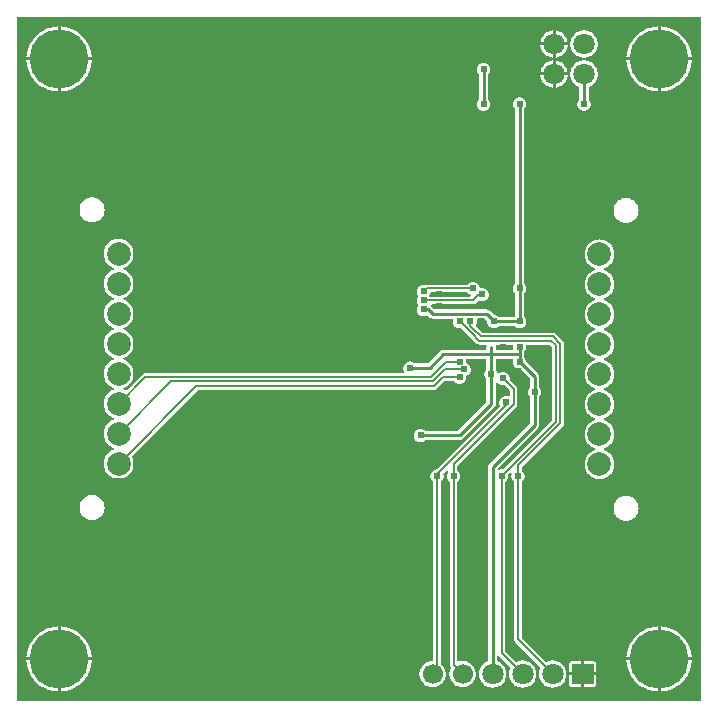
<source format=gbl>
G04 Layer: BottomLayer*
G04 EasyEDA v6.5.34, 2023-09-17 23:42:40*
G04 4de15a2352ea40a9a8a41922b0a97411,5a6b42c53f6a479593ecc07194224c93,10*
G04 Gerber Generator version 0.2*
G04 Scale: 100 percent, Rotated: No, Reflected: No *
G04 Dimensions in millimeters *
G04 leading zeros omitted , absolute positions ,4 integer and 5 decimal *
%FSLAX45Y45*%
%MOMM*%

%AMMACRO1*21,1,$1,$2,0,0,$3*%
%ADD10C,0.1270*%
%ADD11C,0.2540*%
%ADD12C,5.0000*%
%ADD13C,1.8000*%
%ADD14C,1.7000*%
%ADD15C,2.0000*%
%ADD16MACRO1,1.8X1.7X0.0000*%
%ADD17C,0.6096*%
%ADD18C,0.0173*%

%LPD*%
G36*
X5805932Y25908D02*
G01*
X36068Y26416D01*
X32156Y27178D01*
X28905Y29362D01*
X26670Y32664D01*
X25908Y36576D01*
X25908Y5805932D01*
X26670Y5809792D01*
X28905Y5813094D01*
X32156Y5815330D01*
X36068Y5816092D01*
X5805932Y5816092D01*
X5809792Y5815330D01*
X5813094Y5813094D01*
X5815330Y5809792D01*
X5816092Y5805932D01*
X5816092Y36068D01*
X5815330Y32156D01*
X5813094Y28905D01*
X5809792Y26670D01*
G37*

%LPC*%
G36*
X4456887Y5600700D02*
G01*
X4559300Y5600700D01*
X4559300Y5702960D01*
X4550308Y5701842D01*
X4536186Y5698236D01*
X4522673Y5692851D01*
X4509922Y5685840D01*
X4498136Y5677306D01*
X4487519Y5667349D01*
X4478223Y5656122D01*
X4470450Y5643829D01*
X4464253Y5630672D01*
X4459732Y5616803D01*
X4457039Y5602528D01*
G37*
G36*
X5473700Y105562D02*
G01*
X5478322Y105664D01*
X5501284Y108051D01*
X5523992Y112369D01*
X5546242Y118618D01*
X5567883Y126644D01*
X5588812Y136499D01*
X5608828Y148031D01*
X5627776Y161239D01*
X5645607Y175971D01*
X5662117Y192125D01*
X5677204Y209600D01*
X5690819Y228295D01*
X5702757Y248107D01*
X5713018Y268782D01*
X5721553Y290271D01*
X5728208Y312369D01*
X5733034Y334975D01*
X5735929Y357886D01*
X5736336Y368300D01*
X5473700Y368300D01*
G37*
G36*
X5448300Y105613D02*
G01*
X5448300Y368300D01*
X5185410Y368300D01*
X5187289Y346405D01*
X5191099Y323646D01*
X5196890Y301244D01*
X5204460Y279450D01*
X5213858Y258317D01*
X5224983Y238099D01*
X5237784Y218846D01*
X5252161Y200710D01*
X5267960Y183896D01*
X5285130Y168402D01*
X5303520Y154432D01*
X5323027Y142036D01*
X5343499Y131368D01*
X5364835Y122377D01*
X5386781Y115265D01*
X5409285Y109982D01*
X5432145Y106629D01*
G37*
G36*
X368300Y105613D02*
G01*
X368300Y368300D01*
X105410Y368300D01*
X107289Y346405D01*
X111099Y323646D01*
X116890Y301244D01*
X124460Y279450D01*
X133858Y258317D01*
X144983Y238099D01*
X157784Y218846D01*
X172161Y200710D01*
X187960Y183896D01*
X205130Y168402D01*
X223520Y154432D01*
X243027Y142036D01*
X263499Y131368D01*
X284835Y122377D01*
X306781Y115265D01*
X329285Y109982D01*
X352145Y106629D01*
G37*
G36*
X4044035Y138328D02*
G01*
X4058564Y138328D01*
X4072991Y140157D01*
X4087114Y143764D01*
X4100626Y149148D01*
X4113377Y156159D01*
X4125163Y164693D01*
X4135780Y174650D01*
X4145076Y185877D01*
X4152849Y198170D01*
X4159046Y211328D01*
X4163568Y225196D01*
X4166260Y239471D01*
X4167174Y254000D01*
X4166260Y268528D01*
X4163568Y282803D01*
X4159046Y296672D01*
X4152849Y309829D01*
X4145076Y322122D01*
X4135780Y333349D01*
X4125163Y343306D01*
X4113377Y351840D01*
X4100626Y358851D01*
X4096308Y360578D01*
X4092956Y362762D01*
X4090720Y366064D01*
X4089908Y370027D01*
X4089908Y399237D01*
X4090670Y403148D01*
X4092905Y406450D01*
X4096156Y408635D01*
X4100068Y409397D01*
X4103979Y408635D01*
X4107230Y406450D01*
X4198721Y314960D01*
X4201007Y311505D01*
X4201718Y307441D01*
X4200753Y303428D01*
X4197553Y296672D01*
X4193032Y282803D01*
X4190339Y268528D01*
X4189425Y254000D01*
X4190339Y239471D01*
X4193032Y225196D01*
X4197553Y211328D01*
X4203750Y198170D01*
X4211523Y185877D01*
X4220819Y174650D01*
X4231436Y164693D01*
X4243222Y156159D01*
X4255973Y149148D01*
X4269486Y143764D01*
X4283608Y140157D01*
X4298035Y138328D01*
X4312564Y138328D01*
X4326991Y140157D01*
X4341114Y143764D01*
X4354626Y149148D01*
X4367377Y156159D01*
X4379163Y164693D01*
X4389780Y174650D01*
X4399076Y185877D01*
X4406849Y198170D01*
X4413046Y211328D01*
X4417568Y225196D01*
X4420260Y239471D01*
X4421174Y254000D01*
X4420260Y268528D01*
X4417568Y282803D01*
X4413046Y296672D01*
X4406849Y309829D01*
X4399076Y322122D01*
X4389780Y333349D01*
X4379163Y343306D01*
X4367377Y351840D01*
X4354626Y358851D01*
X4341114Y364236D01*
X4326991Y367842D01*
X4312564Y369671D01*
X4298035Y369671D01*
X4283608Y367842D01*
X4269486Y364236D01*
X4255109Y358495D01*
X4251248Y357784D01*
X4247438Y358546D01*
X4244187Y360730D01*
X4162755Y442163D01*
X4160520Y445465D01*
X4159758Y449376D01*
X4159758Y1879193D01*
X4160520Y1883105D01*
X4162755Y1886407D01*
X4170679Y1894230D01*
X4176318Y1902206D01*
X4180433Y1911146D01*
X4182973Y1920595D01*
X4183837Y1930400D01*
X4183379Y1935530D01*
X4183989Y1939899D01*
X4186326Y1943607D01*
X4195419Y1952701D01*
X4199128Y1955088D01*
X4203496Y1955647D01*
X4207713Y1954326D01*
X4210964Y1951380D01*
X4212640Y1947316D01*
X4212437Y1942896D01*
X4211726Y1940204D01*
X4210862Y1930400D01*
X4211726Y1920595D01*
X4214266Y1911146D01*
X4218381Y1902206D01*
X4224020Y1894230D01*
X4231944Y1886407D01*
X4234180Y1883105D01*
X4234942Y1879193D01*
X4234942Y546608D01*
X4235704Y539394D01*
X4237786Y532993D01*
X4241190Y527050D01*
X4244695Y522985D01*
X4452721Y314960D01*
X4455007Y311505D01*
X4455718Y307441D01*
X4454753Y303428D01*
X4451553Y296672D01*
X4447032Y282803D01*
X4444339Y268528D01*
X4443425Y254000D01*
X4444339Y239471D01*
X4447032Y225196D01*
X4451553Y211328D01*
X4457750Y198170D01*
X4465523Y185877D01*
X4474819Y174650D01*
X4485436Y164693D01*
X4497222Y156159D01*
X4509973Y149148D01*
X4523486Y143764D01*
X4537608Y140157D01*
X4552035Y138328D01*
X4566564Y138328D01*
X4580991Y140157D01*
X4595114Y143764D01*
X4608626Y149148D01*
X4621377Y156159D01*
X4633163Y164693D01*
X4643780Y174650D01*
X4653076Y185877D01*
X4660849Y198170D01*
X4667046Y211328D01*
X4671568Y225196D01*
X4674260Y239471D01*
X4675174Y254000D01*
X4674260Y268528D01*
X4671568Y282803D01*
X4667046Y296672D01*
X4660849Y309829D01*
X4653076Y322122D01*
X4643780Y333349D01*
X4633163Y343306D01*
X4621377Y351840D01*
X4608626Y358851D01*
X4595114Y364236D01*
X4580991Y367842D01*
X4566564Y369671D01*
X4552035Y369671D01*
X4537608Y367842D01*
X4523486Y364236D01*
X4509109Y358495D01*
X4505248Y357784D01*
X4501438Y358546D01*
X4498187Y360730D01*
X4302455Y556463D01*
X4300220Y559765D01*
X4299458Y563676D01*
X4299458Y1879193D01*
X4300220Y1883105D01*
X4302455Y1886407D01*
X4310380Y1894230D01*
X4316018Y1902206D01*
X4320133Y1911146D01*
X4322673Y1920595D01*
X4323537Y1930400D01*
X4322673Y1940204D01*
X4320133Y1949653D01*
X4316018Y1958593D01*
X4310380Y1966620D01*
X4302455Y1974392D01*
X4300220Y1977694D01*
X4299458Y1981657D01*
X4299458Y2001723D01*
X4300220Y2005634D01*
X4302455Y2008936D01*
X4645253Y2351735D01*
X4649825Y2357374D01*
X4652873Y2363368D01*
X4654651Y2370023D01*
X4655058Y2375306D01*
X4655058Y3047542D01*
X4654296Y3054756D01*
X4652213Y3061157D01*
X4648809Y3067100D01*
X4645304Y3071164D01*
X4582464Y3134004D01*
X4576826Y3138576D01*
X4570831Y3141624D01*
X4564227Y3143402D01*
X4558893Y3143808D01*
X3967276Y3143808D01*
X3963365Y3144570D01*
X3960063Y3146806D01*
X3910228Y3196640D01*
X3908247Y3199485D01*
X3907332Y3202940D01*
X3907637Y3206445D01*
X3909618Y3210306D01*
X3913733Y3219246D01*
X3916273Y3228695D01*
X3917137Y3238500D01*
X3916273Y3248304D01*
X3915664Y3250641D01*
X3915359Y3254349D01*
X3916426Y3257905D01*
X3918661Y3260852D01*
X3921810Y3262782D01*
X3925468Y3263442D01*
X3980281Y3263442D01*
X3984193Y3262680D01*
X3987495Y3260445D01*
X4004868Y3243072D01*
X4006900Y3240176D01*
X4007815Y3236772D01*
X4008526Y3228695D01*
X4011066Y3219246D01*
X4015181Y3210306D01*
X4020820Y3202279D01*
X4027779Y3195320D01*
X4035806Y3189681D01*
X4044746Y3185566D01*
X4054195Y3183026D01*
X4064000Y3182162D01*
X4073804Y3183026D01*
X4083253Y3185566D01*
X4092194Y3189681D01*
X4100220Y3195320D01*
X4101795Y3196894D01*
X4105097Y3199130D01*
X4108958Y3199892D01*
X4234891Y3199892D01*
X4238802Y3199130D01*
X4242104Y3196894D01*
X4243679Y3195320D01*
X4251706Y3189681D01*
X4260646Y3185566D01*
X4270095Y3183026D01*
X4279900Y3182162D01*
X4289704Y3183026D01*
X4299153Y3185566D01*
X4308094Y3189681D01*
X4316120Y3195320D01*
X4323080Y3202279D01*
X4328718Y3210306D01*
X4332833Y3219246D01*
X4335373Y3228695D01*
X4336237Y3238500D01*
X4335373Y3248304D01*
X4332833Y3257753D01*
X4328718Y3266694D01*
X4323080Y3274720D01*
X4321505Y3276295D01*
X4319270Y3279597D01*
X4318508Y3283508D01*
X4318508Y3472891D01*
X4319270Y3476802D01*
X4321505Y3480104D01*
X4323080Y3481679D01*
X4328718Y3489706D01*
X4332833Y3498646D01*
X4335373Y3508095D01*
X4336237Y3517900D01*
X4335373Y3527704D01*
X4332833Y3537153D01*
X4328718Y3546094D01*
X4323080Y3554120D01*
X4321505Y3555695D01*
X4319270Y3558997D01*
X4318508Y3562908D01*
X4318508Y5034991D01*
X4319270Y5038902D01*
X4321505Y5042204D01*
X4323080Y5043779D01*
X4328718Y5051806D01*
X4332833Y5060746D01*
X4335373Y5070195D01*
X4336237Y5080000D01*
X4335373Y5089804D01*
X4332833Y5099253D01*
X4328718Y5108194D01*
X4323080Y5116220D01*
X4316120Y5123180D01*
X4308094Y5128818D01*
X4299153Y5132933D01*
X4289704Y5135473D01*
X4279900Y5136337D01*
X4270095Y5135473D01*
X4260646Y5132933D01*
X4251706Y5128818D01*
X4243679Y5123180D01*
X4236720Y5116220D01*
X4231081Y5108194D01*
X4226966Y5099253D01*
X4224426Y5089804D01*
X4223562Y5080000D01*
X4224426Y5070195D01*
X4226966Y5060746D01*
X4231081Y5051806D01*
X4236720Y5043779D01*
X4238294Y5042204D01*
X4240530Y5038902D01*
X4241292Y5034991D01*
X4241292Y3562908D01*
X4240530Y3558997D01*
X4238294Y3555695D01*
X4236720Y3554120D01*
X4231081Y3546094D01*
X4226966Y3537153D01*
X4224426Y3527704D01*
X4223562Y3517900D01*
X4224426Y3508095D01*
X4226966Y3498646D01*
X4231081Y3489706D01*
X4236720Y3481679D01*
X4238294Y3480104D01*
X4240530Y3476802D01*
X4241292Y3472942D01*
X4241292Y3287268D01*
X4240530Y3283356D01*
X4238294Y3280105D01*
X4234992Y3277870D01*
X4231132Y3277108D01*
X4109008Y3277108D01*
X4105097Y3277870D01*
X4101795Y3280105D01*
X4100220Y3281679D01*
X4092194Y3287318D01*
X4083253Y3291433D01*
X4073804Y3293973D01*
X4065828Y3294684D01*
X4062425Y3295599D01*
X4059529Y3297631D01*
X4028135Y3328974D01*
X4021937Y3334105D01*
X4015232Y3337661D01*
X4008018Y3339846D01*
X3999992Y3340658D01*
X3563518Y3340658D01*
X3559606Y3341420D01*
X3556304Y3343656D01*
X3533241Y3366719D01*
X3531057Y3370021D01*
X3530244Y3373882D01*
X3531057Y3377793D01*
X3533241Y3381095D01*
X3536543Y3383279D01*
X3540404Y3384042D01*
X3885641Y3384042D01*
X3892905Y3384804D01*
X3899306Y3386886D01*
X3905250Y3390341D01*
X3909263Y3393795D01*
X3928922Y3413404D01*
X3932326Y3415639D01*
X3936390Y3416401D01*
X3940403Y3415436D01*
X3943146Y3414166D01*
X3952595Y3411626D01*
X3962400Y3410762D01*
X3972204Y3411626D01*
X3981653Y3414166D01*
X3990594Y3418281D01*
X3998620Y3423920D01*
X4005579Y3430879D01*
X4011218Y3438906D01*
X4015333Y3447846D01*
X4017873Y3457295D01*
X4018737Y3467100D01*
X4017873Y3476904D01*
X4015333Y3486353D01*
X4011218Y3495294D01*
X4005579Y3503320D01*
X3998620Y3510279D01*
X3990594Y3515918D01*
X3981653Y3520033D01*
X3972204Y3522573D01*
X3962400Y3523437D01*
X3951782Y3522522D01*
X3948277Y3522827D01*
X3945077Y3524300D01*
X3942587Y3526840D01*
X3941064Y3530041D01*
X3939133Y3537153D01*
X3935018Y3546094D01*
X3929379Y3554120D01*
X3922420Y3561079D01*
X3914394Y3566718D01*
X3905453Y3570833D01*
X3896004Y3573373D01*
X3886200Y3574237D01*
X3876395Y3573373D01*
X3866946Y3570833D01*
X3858006Y3566718D01*
X3850030Y3561079D01*
X3842207Y3553206D01*
X3838905Y3550970D01*
X3834993Y3550158D01*
X3492906Y3550158D01*
X3487572Y3549751D01*
X3481578Y3548126D01*
X3478022Y3547821D01*
X3467100Y3548837D01*
X3457295Y3547973D01*
X3447846Y3545433D01*
X3438906Y3541318D01*
X3430879Y3535679D01*
X3423920Y3528720D01*
X3418281Y3520694D01*
X3414166Y3511753D01*
X3411626Y3502304D01*
X3410762Y3492500D01*
X3411626Y3482695D01*
X3414166Y3473246D01*
X3418281Y3464306D01*
X3421176Y3460242D01*
X3422802Y3456482D01*
X3422802Y3452368D01*
X3421176Y3448558D01*
X3418281Y3444494D01*
X3414166Y3435553D01*
X3411626Y3426104D01*
X3410762Y3416300D01*
X3411626Y3406495D01*
X3414166Y3397046D01*
X3418281Y3388106D01*
X3421176Y3384042D01*
X3422802Y3380282D01*
X3422802Y3376168D01*
X3421176Y3372358D01*
X3418281Y3368294D01*
X3414166Y3359353D01*
X3411626Y3349904D01*
X3410762Y3340100D01*
X3411626Y3330295D01*
X3414166Y3320846D01*
X3418281Y3311906D01*
X3423920Y3303879D01*
X3430879Y3296920D01*
X3438906Y3291281D01*
X3447846Y3287166D01*
X3457295Y3284626D01*
X3467100Y3283762D01*
X3476904Y3284626D01*
X3486353Y3287166D01*
X3491687Y3289604D01*
X3495649Y3290570D01*
X3499713Y3289858D01*
X3503168Y3287623D01*
X3515664Y3275126D01*
X3521862Y3269996D01*
X3528568Y3266440D01*
X3535781Y3264255D01*
X3543808Y3263442D01*
X3707231Y3263442D01*
X3710889Y3262782D01*
X3714038Y3260852D01*
X3716274Y3257905D01*
X3717340Y3254349D01*
X3717036Y3250641D01*
X3716426Y3248304D01*
X3715562Y3238500D01*
X3716426Y3228695D01*
X3718966Y3219246D01*
X3723081Y3210306D01*
X3728720Y3202279D01*
X3735679Y3195320D01*
X3743706Y3189681D01*
X3752646Y3185566D01*
X3762095Y3183026D01*
X3771900Y3182162D01*
X3777030Y3182620D01*
X3781399Y3182010D01*
X3785108Y3179673D01*
X3913835Y3050997D01*
X3919474Y3046425D01*
X3925468Y3043377D01*
X3932072Y3041599D01*
X3937406Y3041192D01*
X3990644Y3041192D01*
X3994759Y3040329D01*
X3998163Y3037840D01*
X4000296Y3034233D01*
X4000754Y3030016D01*
X3999992Y3022092D01*
X3999992Y3007868D01*
X3999229Y3003956D01*
X3996994Y3000705D01*
X3993692Y2998470D01*
X3989832Y2997708D01*
X3632708Y2997708D01*
X3624681Y2996895D01*
X3617468Y2994710D01*
X3610762Y2991154D01*
X3604564Y2986024D01*
X3504895Y2886405D01*
X3501593Y2884170D01*
X3497681Y2883408D01*
X3397808Y2883408D01*
X3393897Y2884170D01*
X3390595Y2886405D01*
X3389020Y2887980D01*
X3380994Y2893618D01*
X3372053Y2897733D01*
X3362604Y2900273D01*
X3352800Y2901137D01*
X3342995Y2900273D01*
X3333546Y2897733D01*
X3324606Y2893618D01*
X3316579Y2887980D01*
X3309620Y2881020D01*
X3303981Y2872994D01*
X3299866Y2864053D01*
X3297326Y2854604D01*
X3296462Y2844800D01*
X3297326Y2834995D01*
X3299815Y2825597D01*
X3304692Y2815386D01*
X3305657Y2811424D01*
X3305048Y2807411D01*
X3302863Y2804007D01*
X3299510Y2801670D01*
X3295548Y2800858D01*
X1111758Y2800858D01*
X1104544Y2800096D01*
X1098143Y2798013D01*
X1092200Y2794609D01*
X1088136Y2791155D01*
X953973Y2656941D01*
X950569Y2654706D01*
X946556Y2653995D01*
X942594Y2654858D01*
X929995Y2660548D01*
X926846Y2662783D01*
X924712Y2665984D01*
X924001Y2669794D01*
X924712Y2673604D01*
X926846Y2676855D01*
X929995Y2679090D01*
X943914Y2685338D01*
X956919Y2693212D01*
X968908Y2702560D01*
X979627Y2713329D01*
X989025Y2725267D01*
X996899Y2738323D01*
X1003096Y2752140D01*
X1007618Y2766669D01*
X1010361Y2781604D01*
X1011275Y2796794D01*
X1010361Y2811983D01*
X1007618Y2826918D01*
X1003096Y2841447D01*
X996899Y2855315D01*
X989025Y2868320D01*
X979627Y2880258D01*
X968908Y2891028D01*
X956919Y2900426D01*
X943914Y2908249D01*
X929995Y2914548D01*
X926846Y2916783D01*
X924712Y2919984D01*
X924001Y2923794D01*
X924712Y2927604D01*
X926846Y2930855D01*
X929995Y2933090D01*
X943914Y2939338D01*
X956919Y2947212D01*
X968908Y2956560D01*
X979627Y2967329D01*
X989025Y2979267D01*
X996899Y2992323D01*
X1003096Y3006140D01*
X1007618Y3020669D01*
X1010361Y3035604D01*
X1011275Y3050794D01*
X1010361Y3065983D01*
X1007618Y3080918D01*
X1003096Y3095447D01*
X996899Y3109315D01*
X989025Y3122320D01*
X979627Y3134258D01*
X968908Y3145028D01*
X956919Y3154426D01*
X943914Y3162249D01*
X929995Y3168548D01*
X926846Y3170783D01*
X924712Y3173984D01*
X924001Y3177794D01*
X924712Y3181604D01*
X926846Y3184855D01*
X929995Y3187090D01*
X943914Y3193338D01*
X956919Y3201212D01*
X968908Y3210560D01*
X979627Y3221329D01*
X989025Y3233267D01*
X996899Y3246323D01*
X1003096Y3260140D01*
X1007618Y3274669D01*
X1010361Y3289604D01*
X1011275Y3304794D01*
X1010361Y3319983D01*
X1007618Y3334918D01*
X1003096Y3349447D01*
X996899Y3363315D01*
X989025Y3376320D01*
X979627Y3388258D01*
X968908Y3399028D01*
X956919Y3408426D01*
X943914Y3416249D01*
X929995Y3422548D01*
X926846Y3424783D01*
X924712Y3427984D01*
X924001Y3431794D01*
X924712Y3435604D01*
X926846Y3438855D01*
X929995Y3441090D01*
X943914Y3447338D01*
X956919Y3455212D01*
X968908Y3464560D01*
X979627Y3475329D01*
X989025Y3487267D01*
X996899Y3500323D01*
X1003096Y3514140D01*
X1007618Y3528669D01*
X1010361Y3543604D01*
X1011275Y3558794D01*
X1010361Y3573983D01*
X1007618Y3588918D01*
X1003096Y3603447D01*
X996899Y3617315D01*
X989025Y3630320D01*
X979627Y3642258D01*
X968908Y3653028D01*
X956919Y3662426D01*
X943914Y3670249D01*
X929995Y3676548D01*
X926846Y3678783D01*
X924712Y3681984D01*
X924001Y3685794D01*
X924712Y3689604D01*
X926846Y3692855D01*
X929995Y3695090D01*
X943914Y3701338D01*
X956919Y3709212D01*
X968908Y3718560D01*
X979627Y3729329D01*
X989025Y3741267D01*
X996899Y3754323D01*
X1003096Y3768140D01*
X1007618Y3782669D01*
X1010361Y3797604D01*
X1011275Y3812794D01*
X1010361Y3827983D01*
X1007618Y3842918D01*
X1003096Y3857447D01*
X996899Y3871315D01*
X989025Y3884320D01*
X979627Y3896258D01*
X968908Y3907028D01*
X956919Y3916426D01*
X943914Y3924249D01*
X930046Y3930497D01*
X915517Y3935018D01*
X900582Y3937762D01*
X885393Y3938676D01*
X870254Y3937762D01*
X855268Y3935018D01*
X840790Y3930497D01*
X826922Y3924249D01*
X813917Y3916426D01*
X801928Y3907028D01*
X791159Y3896258D01*
X781812Y3884320D01*
X773938Y3871315D01*
X767689Y3857447D01*
X763168Y3842918D01*
X760425Y3827983D01*
X759510Y3812794D01*
X760425Y3797604D01*
X763168Y3782669D01*
X767689Y3768140D01*
X773938Y3754323D01*
X781812Y3741267D01*
X791159Y3729329D01*
X801928Y3718560D01*
X813917Y3709212D01*
X826922Y3701338D01*
X840841Y3695090D01*
X843991Y3692855D01*
X846074Y3689604D01*
X846836Y3685794D01*
X846074Y3681984D01*
X843991Y3678783D01*
X840841Y3676548D01*
X826922Y3670249D01*
X813917Y3662426D01*
X801928Y3653028D01*
X791159Y3642258D01*
X781812Y3630320D01*
X773938Y3617315D01*
X767689Y3603447D01*
X763168Y3588918D01*
X760425Y3573983D01*
X759510Y3558794D01*
X760425Y3543604D01*
X763168Y3528669D01*
X767689Y3514140D01*
X773938Y3500323D01*
X781812Y3487267D01*
X791159Y3475329D01*
X801928Y3464560D01*
X813917Y3455212D01*
X826922Y3447338D01*
X840841Y3441090D01*
X843991Y3438855D01*
X846074Y3435604D01*
X846836Y3431794D01*
X846074Y3427984D01*
X843991Y3424783D01*
X840841Y3422548D01*
X826922Y3416249D01*
X813917Y3408426D01*
X801928Y3399028D01*
X791159Y3388258D01*
X781812Y3376320D01*
X773938Y3363315D01*
X767689Y3349447D01*
X763168Y3334918D01*
X760425Y3319983D01*
X759510Y3304794D01*
X760425Y3289604D01*
X763168Y3274669D01*
X767689Y3260140D01*
X773938Y3246323D01*
X781812Y3233267D01*
X791159Y3221329D01*
X801928Y3210560D01*
X813917Y3201212D01*
X826922Y3193338D01*
X840841Y3187090D01*
X843991Y3184855D01*
X846074Y3181604D01*
X846836Y3177794D01*
X846074Y3173984D01*
X843991Y3170783D01*
X840841Y3168548D01*
X826922Y3162249D01*
X813917Y3154426D01*
X801928Y3145028D01*
X791159Y3134258D01*
X781812Y3122320D01*
X773938Y3109315D01*
X767689Y3095447D01*
X763168Y3080918D01*
X760425Y3065983D01*
X759510Y3050794D01*
X760425Y3035604D01*
X763168Y3020669D01*
X767689Y3006140D01*
X773938Y2992323D01*
X781812Y2979267D01*
X791159Y2967329D01*
X801928Y2956560D01*
X813917Y2947212D01*
X826922Y2939338D01*
X840841Y2933090D01*
X843991Y2930855D01*
X846074Y2927604D01*
X846836Y2923794D01*
X846074Y2919984D01*
X843991Y2916783D01*
X840841Y2914548D01*
X826922Y2908249D01*
X813917Y2900426D01*
X801928Y2891028D01*
X791159Y2880258D01*
X781812Y2868320D01*
X773938Y2855315D01*
X767689Y2841447D01*
X763168Y2826918D01*
X760425Y2811983D01*
X759510Y2796794D01*
X760425Y2781604D01*
X763168Y2766669D01*
X767689Y2752140D01*
X773938Y2738323D01*
X781812Y2725267D01*
X791159Y2713329D01*
X801928Y2702560D01*
X813917Y2693212D01*
X826922Y2685338D01*
X840841Y2679090D01*
X843991Y2676855D01*
X846074Y2673604D01*
X846836Y2669794D01*
X846074Y2665984D01*
X843991Y2662783D01*
X840841Y2660548D01*
X826922Y2654249D01*
X813917Y2646426D01*
X801928Y2637028D01*
X791159Y2626258D01*
X781812Y2614320D01*
X773938Y2601315D01*
X767689Y2587447D01*
X763168Y2572918D01*
X760425Y2557983D01*
X759510Y2542794D01*
X760425Y2527604D01*
X763168Y2512669D01*
X767689Y2498140D01*
X773938Y2484323D01*
X781812Y2471267D01*
X791159Y2459329D01*
X801928Y2448560D01*
X813917Y2439212D01*
X826922Y2431338D01*
X840841Y2425090D01*
X843991Y2422855D01*
X846074Y2419604D01*
X846836Y2415794D01*
X846074Y2411984D01*
X843991Y2408783D01*
X840841Y2406548D01*
X826922Y2400249D01*
X813917Y2392426D01*
X801928Y2383028D01*
X791159Y2372258D01*
X781812Y2360320D01*
X773938Y2347315D01*
X767689Y2333447D01*
X763168Y2318918D01*
X760425Y2303983D01*
X759510Y2288794D01*
X760425Y2273604D01*
X763168Y2258669D01*
X767689Y2244140D01*
X773938Y2230323D01*
X781812Y2217267D01*
X791159Y2205329D01*
X801928Y2194560D01*
X813917Y2185212D01*
X826922Y2177338D01*
X840841Y2171090D01*
X843991Y2168855D01*
X846074Y2165604D01*
X846836Y2161794D01*
X846074Y2157984D01*
X843991Y2154783D01*
X840841Y2152548D01*
X826922Y2146249D01*
X813917Y2138426D01*
X801928Y2129028D01*
X791159Y2118258D01*
X781812Y2106320D01*
X773938Y2093315D01*
X767689Y2079447D01*
X763168Y2064918D01*
X760425Y2049983D01*
X759510Y2034793D01*
X760425Y2019604D01*
X763168Y2004669D01*
X767689Y1990140D01*
X773938Y1976323D01*
X781812Y1963267D01*
X791159Y1951329D01*
X801928Y1940560D01*
X813917Y1931212D01*
X826922Y1923338D01*
X840790Y1917090D01*
X855268Y1912569D01*
X870254Y1909825D01*
X885393Y1908911D01*
X900582Y1909825D01*
X915517Y1912569D01*
X930046Y1917090D01*
X943914Y1923338D01*
X956919Y1931212D01*
X968908Y1940560D01*
X979627Y1951329D01*
X989025Y1963267D01*
X996899Y1976323D01*
X1003096Y1990140D01*
X1007618Y2004669D01*
X1010361Y2019604D01*
X1011275Y2034793D01*
X1010361Y2049983D01*
X1007618Y2064918D01*
X1003096Y2079447D01*
X997458Y2091994D01*
X996594Y2095957D01*
X997305Y2099919D01*
X999540Y2103323D01*
X1553413Y2657195D01*
X1556715Y2659430D01*
X1560626Y2660192D01*
X3555492Y2660192D01*
X3562705Y2660954D01*
X3569106Y2663037D01*
X3575050Y2666441D01*
X3579114Y2669946D01*
X3642563Y2733395D01*
X3645865Y2735630D01*
X3649776Y2736392D01*
X3720642Y2736392D01*
X3724554Y2735580D01*
X3727856Y2733344D01*
X3735730Y2725420D01*
X3743706Y2719781D01*
X3752646Y2715666D01*
X3762095Y2713126D01*
X3771900Y2712262D01*
X3781704Y2713126D01*
X3791153Y2715666D01*
X3800094Y2719781D01*
X3808120Y2725420D01*
X3815079Y2732379D01*
X3820718Y2740406D01*
X3824833Y2749346D01*
X3827373Y2758795D01*
X3828237Y2768600D01*
X3828034Y2771190D01*
X3828491Y2775254D01*
X3830574Y2778810D01*
X3833825Y2781300D01*
X3838194Y2783281D01*
X3846220Y2788920D01*
X3853179Y2795879D01*
X3858818Y2803906D01*
X3862933Y2812846D01*
X3865473Y2822295D01*
X3866337Y2832100D01*
X3865473Y2841904D01*
X3862933Y2851353D01*
X3858818Y2860294D01*
X3853179Y2868320D01*
X3846220Y2875280D01*
X3838194Y2880918D01*
X3833876Y2882900D01*
X3830574Y2885389D01*
X3828491Y2888945D01*
X3828034Y2893009D01*
X3828237Y2895600D01*
X3827373Y2905404D01*
X3826764Y2907690D01*
X3826510Y2911398D01*
X3827526Y2914954D01*
X3829812Y2917901D01*
X3832961Y2919831D01*
X3836568Y2920492D01*
X3989832Y2920492D01*
X3993692Y2919730D01*
X3996994Y2917494D01*
X3999229Y2914192D01*
X3999992Y2910332D01*
X3999992Y2839008D01*
X3999229Y2835097D01*
X3996994Y2831795D01*
X3995420Y2830220D01*
X3989781Y2822194D01*
X3985666Y2813253D01*
X3983126Y2803804D01*
X3982262Y2794000D01*
X3983126Y2784195D01*
X3985666Y2774746D01*
X3989781Y2765806D01*
X3995420Y2757779D01*
X3996994Y2756204D01*
X3999229Y2752902D01*
X3999992Y2749042D01*
X3999992Y2560269D01*
X3999229Y2556357D01*
X3996994Y2553055D01*
X3758895Y2314956D01*
X3755593Y2312720D01*
X3751681Y2311958D01*
X3486658Y2311958D01*
X3482746Y2312720D01*
X3479444Y2314956D01*
X3477920Y2316480D01*
X3469894Y2322118D01*
X3460953Y2326233D01*
X3451504Y2328773D01*
X3441700Y2329637D01*
X3431895Y2328773D01*
X3422446Y2326233D01*
X3413506Y2322118D01*
X3405479Y2316480D01*
X3398520Y2309520D01*
X3392881Y2301494D01*
X3388766Y2292553D01*
X3386226Y2283104D01*
X3385362Y2273300D01*
X3386226Y2263495D01*
X3388766Y2254046D01*
X3392881Y2245106D01*
X3398520Y2237079D01*
X3405479Y2230120D01*
X3413506Y2224481D01*
X3422446Y2220366D01*
X3431895Y2217826D01*
X3441700Y2216962D01*
X3451504Y2217826D01*
X3460953Y2220366D01*
X3469894Y2224481D01*
X3477920Y2230120D01*
X3479546Y2231745D01*
X3482848Y2233980D01*
X3486759Y2234742D01*
X3771392Y2234742D01*
X3779418Y2235555D01*
X3786632Y2237740D01*
X3793337Y2241296D01*
X3799535Y2246426D01*
X4065524Y2512415D01*
X4070654Y2518613D01*
X4074210Y2525318D01*
X4076395Y2532532D01*
X4077208Y2540558D01*
X4077208Y2715768D01*
X4078122Y2719933D01*
X4080611Y2723388D01*
X4084320Y2725470D01*
X4088536Y2725877D01*
X4092600Y2724505D01*
X4095699Y2721610D01*
X4097020Y2719679D01*
X4103979Y2712720D01*
X4112006Y2707081D01*
X4120946Y2702966D01*
X4130395Y2700426D01*
X4140200Y2699562D01*
X4145330Y2700020D01*
X4149699Y2699410D01*
X4153408Y2697073D01*
X4193844Y2656636D01*
X4196080Y2653334D01*
X4196842Y2649423D01*
X4196842Y2615692D01*
X4196181Y2612034D01*
X4194251Y2608884D01*
X4191304Y2606649D01*
X4187748Y2605582D01*
X4184040Y2605887D01*
X4175404Y2608173D01*
X4165600Y2609037D01*
X4155795Y2608173D01*
X4146346Y2605633D01*
X4137406Y2601518D01*
X4129379Y2595880D01*
X4122420Y2588920D01*
X4116781Y2580894D01*
X4112666Y2571953D01*
X4110126Y2562504D01*
X4109262Y2552700D01*
X4110126Y2542895D01*
X4112666Y2533446D01*
X4113936Y2530703D01*
X4114850Y2526690D01*
X4114139Y2522677D01*
X4111904Y2519222D01*
X3581857Y1989175D01*
X3578961Y1987143D01*
X3575558Y1986229D01*
X3571595Y1985873D01*
X3562146Y1983333D01*
X3553206Y1979218D01*
X3545179Y1973580D01*
X3538220Y1966620D01*
X3532581Y1958593D01*
X3528466Y1949653D01*
X3525926Y1940204D01*
X3525062Y1930400D01*
X3525926Y1920595D01*
X3528466Y1911146D01*
X3532581Y1902206D01*
X3538220Y1894230D01*
X3546144Y1886407D01*
X3548379Y1883105D01*
X3549142Y1879193D01*
X3549142Y374751D01*
X3548379Y370941D01*
X3546297Y367690D01*
X3543096Y365455D01*
X3539286Y364591D01*
X3532632Y364388D01*
X3518611Y362102D01*
X3504996Y358038D01*
X3491992Y352298D01*
X3479850Y344932D01*
X3468725Y336092D01*
X3458870Y325882D01*
X3450386Y314502D01*
X3443376Y302107D01*
X3438042Y288950D01*
X3434435Y275183D01*
X3432657Y261112D01*
X3432657Y246888D01*
X3434435Y232816D01*
X3438042Y219049D01*
X3443376Y205892D01*
X3450386Y193497D01*
X3458870Y182118D01*
X3468725Y171907D01*
X3479850Y163068D01*
X3491992Y155702D01*
X3504996Y149910D01*
X3518611Y145897D01*
X3532632Y143611D01*
X3546856Y143154D01*
X3560978Y144526D01*
X3574846Y147675D01*
X3588207Y152603D01*
X3600805Y159156D01*
X3612438Y167284D01*
X3622954Y176834D01*
X3632149Y187655D01*
X3639921Y199593D01*
X3646068Y212394D01*
X3650538Y225856D01*
X3653282Y239826D01*
X3654196Y254000D01*
X3653282Y268173D01*
X3650538Y282143D01*
X3646068Y295605D01*
X3639921Y308406D01*
X3632149Y320344D01*
X3622954Y331165D01*
X3617010Y336550D01*
X3614521Y339953D01*
X3613658Y344068D01*
X3613658Y1879193D01*
X3614420Y1883105D01*
X3616655Y1886407D01*
X3624579Y1894230D01*
X3630218Y1902206D01*
X3634333Y1911146D01*
X3636873Y1920595D01*
X3637737Y1930400D01*
X3636873Y1940204D01*
X3635705Y1944624D01*
X3635400Y1948129D01*
X3636314Y1951532D01*
X3638346Y1954428D01*
X3659835Y1975916D01*
X3663391Y1978202D01*
X3667607Y1978863D01*
X3671722Y1977694D01*
X3675024Y1974951D01*
X3676853Y1971090D01*
X3676954Y1966823D01*
X3675329Y1962912D01*
X3672281Y1958593D01*
X3668166Y1949653D01*
X3665626Y1940204D01*
X3664762Y1930400D01*
X3665626Y1920595D01*
X3668166Y1911146D01*
X3672281Y1902206D01*
X3677920Y1894230D01*
X3685844Y1886407D01*
X3688079Y1883105D01*
X3688842Y1879193D01*
X3688842Y330708D01*
X3689604Y323494D01*
X3691737Y316992D01*
X3694125Y312572D01*
X3695547Y310642D01*
X3697122Y307543D01*
X3697579Y304139D01*
X3696817Y300736D01*
X3692042Y288950D01*
X3688435Y275183D01*
X3686657Y261112D01*
X3686657Y246888D01*
X3688435Y232816D01*
X3692042Y219049D01*
X3697376Y205892D01*
X3704386Y193497D01*
X3712870Y182118D01*
X3722725Y171907D01*
X3733850Y163068D01*
X3745992Y155702D01*
X3758996Y149910D01*
X3772611Y145897D01*
X3786632Y143611D01*
X3800856Y143154D01*
X3814978Y144526D01*
X3828846Y147675D01*
X3842207Y152603D01*
X3854805Y159156D01*
X3866438Y167284D01*
X3876954Y176834D01*
X3886149Y187655D01*
X3893921Y199593D01*
X3900068Y212394D01*
X3904538Y225856D01*
X3907282Y239826D01*
X3908196Y254000D01*
X3907282Y268173D01*
X3904538Y282143D01*
X3900068Y295605D01*
X3893921Y308406D01*
X3886149Y320344D01*
X3876954Y331165D01*
X3866438Y340715D01*
X3854805Y348843D01*
X3842207Y355396D01*
X3828846Y360324D01*
X3814978Y363474D01*
X3800856Y364845D01*
X3786632Y364388D01*
X3772611Y362102D01*
X3766413Y360273D01*
X3762654Y359867D01*
X3759047Y360883D01*
X3756050Y363118D01*
X3754069Y366318D01*
X3753358Y369976D01*
X3753358Y1879193D01*
X3754120Y1883105D01*
X3756355Y1886407D01*
X3764279Y1894230D01*
X3769918Y1902206D01*
X3774033Y1911146D01*
X3776573Y1920595D01*
X3777437Y1930400D01*
X3776573Y1940204D01*
X3774033Y1949653D01*
X3769918Y1958593D01*
X3764279Y1966620D01*
X3756355Y1974392D01*
X3754120Y1977694D01*
X3753358Y1981657D01*
X3753358Y2014423D01*
X3754120Y2018334D01*
X3756355Y2021636D01*
X4251553Y2516835D01*
X4256125Y2522474D01*
X4259173Y2528468D01*
X4260951Y2535072D01*
X4261358Y2540406D01*
X4261358Y2666492D01*
X4260596Y2673705D01*
X4258513Y2680106D01*
X4255109Y2686050D01*
X4251604Y2690114D01*
X4199026Y2742692D01*
X4196689Y2746400D01*
X4196080Y2750769D01*
X4196537Y2755900D01*
X4195673Y2765704D01*
X4193133Y2775153D01*
X4189018Y2784094D01*
X4183379Y2792120D01*
X4176420Y2799080D01*
X4168394Y2804718D01*
X4159453Y2808833D01*
X4150004Y2811373D01*
X4140200Y2812237D01*
X4130395Y2811373D01*
X4120946Y2808833D01*
X4112006Y2804718D01*
X4108602Y2802331D01*
X4105046Y2800756D01*
X4101185Y2800604D01*
X4097528Y2801924D01*
X4094683Y2804515D01*
X4092956Y2808020D01*
X4091533Y2813253D01*
X4087418Y2822194D01*
X4081779Y2830220D01*
X4080205Y2831795D01*
X4077970Y2835097D01*
X4077208Y2839008D01*
X4077208Y2910332D01*
X4077970Y2914192D01*
X4080205Y2917494D01*
X4083456Y2919730D01*
X4087368Y2920492D01*
X4215231Y2920492D01*
X4218838Y2919831D01*
X4221988Y2917901D01*
X4224274Y2914954D01*
X4225340Y2911398D01*
X4225036Y2907690D01*
X4224426Y2905404D01*
X4223562Y2895600D01*
X4224426Y2885795D01*
X4226966Y2876346D01*
X4231081Y2867406D01*
X4236720Y2859379D01*
X4243679Y2852420D01*
X4251706Y2846781D01*
X4260646Y2842666D01*
X4270095Y2840126D01*
X4278122Y2839415D01*
X4281525Y2838500D01*
X4284421Y2836468D01*
X4365294Y2755595D01*
X4367530Y2752293D01*
X4368292Y2748432D01*
X4368292Y2686608D01*
X4367530Y2682697D01*
X4365294Y2679395D01*
X4363720Y2677820D01*
X4358081Y2669794D01*
X4353966Y2660853D01*
X4351426Y2651404D01*
X4350562Y2641600D01*
X4351426Y2631795D01*
X4353966Y2622346D01*
X4358081Y2613406D01*
X4363720Y2605379D01*
X4365294Y2603804D01*
X4367530Y2600502D01*
X4368292Y2596642D01*
X4368292Y2382469D01*
X4367530Y2378557D01*
X4365294Y2375255D01*
X4024376Y2034286D01*
X4019245Y2028088D01*
X4015689Y2021382D01*
X4013504Y2014169D01*
X4012692Y2006142D01*
X4012692Y370027D01*
X4011879Y366064D01*
X4009644Y362762D01*
X4006291Y360578D01*
X4001973Y358851D01*
X3989222Y351840D01*
X3977436Y343306D01*
X3966819Y333349D01*
X3957523Y322122D01*
X3949750Y309829D01*
X3943553Y296672D01*
X3939032Y282803D01*
X3936339Y268528D01*
X3935425Y254000D01*
X3936339Y239471D01*
X3939032Y225196D01*
X3943553Y211328D01*
X3949750Y198170D01*
X3957523Y185877D01*
X3966819Y174650D01*
X3977436Y164693D01*
X3989222Y156159D01*
X4001973Y149148D01*
X4015486Y143764D01*
X4029608Y140157D01*
G37*
G36*
X4584700Y5600700D02*
G01*
X4687112Y5600700D01*
X4686960Y5602528D01*
X4684268Y5616803D01*
X4679746Y5630672D01*
X4673549Y5643829D01*
X4665776Y5656122D01*
X4656480Y5667349D01*
X4645863Y5677306D01*
X4634077Y5685840D01*
X4621326Y5692851D01*
X4607814Y5698236D01*
X4593691Y5701842D01*
X4584700Y5702960D01*
G37*
G36*
X5185410Y5473700D02*
G01*
X5448300Y5473700D01*
X5448300Y5736386D01*
X5432145Y5735370D01*
X5409285Y5732018D01*
X5386781Y5726734D01*
X5364835Y5719572D01*
X5343499Y5710631D01*
X5323027Y5699912D01*
X5303520Y5687568D01*
X5285130Y5673598D01*
X5267960Y5658104D01*
X5252161Y5641289D01*
X5237784Y5623153D01*
X5224983Y5603900D01*
X5213858Y5583682D01*
X5204460Y5562549D01*
X5196890Y5540756D01*
X5191099Y5518353D01*
X5187289Y5495594D01*
G37*
G36*
X4826000Y143103D02*
G01*
X4902708Y143103D01*
X4909058Y143814D01*
X4914493Y145694D01*
X4919421Y148793D01*
X4923485Y152908D01*
X4926584Y157784D01*
X4928514Y163271D01*
X4929225Y169570D01*
X4929225Y241300D01*
X4826000Y241300D01*
G37*
G36*
X4723892Y143103D02*
G01*
X4800600Y143103D01*
X4800600Y241300D01*
X4697374Y241300D01*
X4697374Y169570D01*
X4698085Y163271D01*
X4700016Y157784D01*
X4703114Y152908D01*
X4707178Y148793D01*
X4712106Y145694D01*
X4717542Y143814D01*
G37*
G36*
X105410Y5473700D02*
G01*
X368300Y5473700D01*
X368300Y5736386D01*
X352145Y5735370D01*
X329285Y5732018D01*
X306781Y5726734D01*
X284835Y5719572D01*
X263499Y5710631D01*
X243027Y5699912D01*
X223520Y5687568D01*
X205130Y5673598D01*
X187960Y5658104D01*
X172161Y5641289D01*
X157784Y5623153D01*
X144983Y5603900D01*
X133858Y5583682D01*
X124460Y5562549D01*
X116890Y5540756D01*
X111099Y5518353D01*
X107289Y5495594D01*
G37*
G36*
X393700Y5473700D02*
G01*
X656336Y5473700D01*
X655929Y5484063D01*
X653034Y5507024D01*
X648208Y5529630D01*
X641553Y5551728D01*
X633018Y5573217D01*
X622757Y5593892D01*
X610819Y5613654D01*
X597204Y5632348D01*
X582117Y5649874D01*
X565607Y5666028D01*
X547776Y5680760D01*
X528828Y5693968D01*
X508812Y5705500D01*
X487883Y5715355D01*
X466242Y5723382D01*
X443992Y5729630D01*
X421284Y5733948D01*
X398322Y5736336D01*
X393700Y5736437D01*
G37*
G36*
X4826000Y266700D02*
G01*
X4929225Y266700D01*
X4929225Y338429D01*
X4928514Y344728D01*
X4926584Y350215D01*
X4923485Y355092D01*
X4919421Y359206D01*
X4914493Y362305D01*
X4909058Y364185D01*
X4902708Y364896D01*
X4826000Y364896D01*
G37*
G36*
X4697374Y266700D02*
G01*
X4800600Y266700D01*
X4800600Y364896D01*
X4723892Y364896D01*
X4717542Y364185D01*
X4712106Y362305D01*
X4707178Y359206D01*
X4703114Y355092D01*
X4700016Y350215D01*
X4698085Y344728D01*
X4697374Y338429D01*
G37*
G36*
X5473700Y5473700D02*
G01*
X5736336Y5473700D01*
X5735929Y5484063D01*
X5733034Y5507024D01*
X5728208Y5529630D01*
X5721553Y5551728D01*
X5713018Y5573217D01*
X5702757Y5593892D01*
X5690819Y5613654D01*
X5677204Y5632348D01*
X5662117Y5649874D01*
X5645607Y5666028D01*
X5627776Y5680760D01*
X5608828Y5693968D01*
X5588812Y5705500D01*
X5567883Y5715355D01*
X5546242Y5723382D01*
X5523992Y5729630D01*
X5501284Y5733948D01*
X5478322Y5736336D01*
X5473700Y5736437D01*
G37*
G36*
X4559300Y5473039D02*
G01*
X4559300Y5575300D01*
X4456887Y5575300D01*
X4457039Y5573471D01*
X4459732Y5559196D01*
X4464253Y5545328D01*
X4470450Y5532170D01*
X4478223Y5519877D01*
X4487519Y5508650D01*
X4498136Y5498693D01*
X4509922Y5490159D01*
X4522673Y5483148D01*
X4536186Y5477764D01*
X4550308Y5474157D01*
G37*
G36*
X4584700Y5473039D02*
G01*
X4593691Y5474157D01*
X4607814Y5477764D01*
X4621326Y5483148D01*
X4634077Y5490159D01*
X4645863Y5498693D01*
X4656480Y5508650D01*
X4665776Y5519877D01*
X4673549Y5532170D01*
X4679746Y5545328D01*
X4684268Y5559196D01*
X4686960Y5573471D01*
X4687112Y5575300D01*
X4584700Y5575300D01*
G37*
G36*
X5473700Y393700D02*
G01*
X5736336Y393700D01*
X5735929Y404063D01*
X5733034Y427024D01*
X5728208Y449630D01*
X5721553Y471728D01*
X5713018Y493217D01*
X5702757Y513892D01*
X5690819Y533654D01*
X5677204Y552348D01*
X5662117Y569874D01*
X5645607Y586028D01*
X5627776Y600760D01*
X5608828Y613968D01*
X5588812Y625500D01*
X5567883Y635355D01*
X5546242Y643382D01*
X5523992Y649630D01*
X5501284Y653948D01*
X5478322Y656336D01*
X5473700Y656437D01*
G37*
G36*
X393700Y393700D02*
G01*
X656336Y393700D01*
X655929Y404063D01*
X653034Y427024D01*
X648208Y449630D01*
X641553Y471728D01*
X633018Y493217D01*
X622757Y513892D01*
X610819Y533654D01*
X597204Y552348D01*
X582117Y569874D01*
X565607Y586028D01*
X547776Y600760D01*
X528828Y613968D01*
X508812Y625500D01*
X487883Y635355D01*
X466242Y643382D01*
X443992Y649630D01*
X421284Y653948D01*
X398322Y656336D01*
X393700Y656437D01*
G37*
G36*
X5185410Y393700D02*
G01*
X5448300Y393700D01*
X5448300Y656386D01*
X5432145Y655370D01*
X5409285Y652018D01*
X5386781Y646734D01*
X5364835Y639572D01*
X5343499Y630631D01*
X5323027Y619912D01*
X5303520Y607568D01*
X5285130Y593598D01*
X5267960Y578104D01*
X5252161Y561289D01*
X5237784Y543153D01*
X5224983Y523900D01*
X5213858Y503682D01*
X5204460Y482549D01*
X5196890Y460756D01*
X5191099Y438353D01*
X5187289Y415594D01*
G37*
G36*
X105410Y393700D02*
G01*
X368300Y393700D01*
X368300Y656386D01*
X352145Y655370D01*
X329285Y652018D01*
X306781Y646734D01*
X284835Y639572D01*
X263499Y630631D01*
X243027Y619912D01*
X223520Y607568D01*
X205130Y593598D01*
X187960Y578104D01*
X172161Y561289D01*
X157784Y543153D01*
X144983Y523900D01*
X133858Y503682D01*
X124460Y482549D01*
X116890Y460756D01*
X111099Y438353D01*
X107289Y415594D01*
G37*
G36*
X5181600Y1551736D02*
G01*
X5195417Y1552600D01*
X5208981Y1555343D01*
X5222138Y1559763D01*
X5234533Y1565910D01*
X5246065Y1573580D01*
X5256479Y1582724D01*
X5265623Y1593138D01*
X5273294Y1604670D01*
X5279440Y1617065D01*
X5283860Y1630222D01*
X5286603Y1643786D01*
X5287467Y1657604D01*
X5286603Y1671421D01*
X5283860Y1684985D01*
X5279440Y1698142D01*
X5273294Y1710537D01*
X5265623Y1722069D01*
X5256479Y1732483D01*
X5246065Y1741627D01*
X5234533Y1749298D01*
X5222138Y1755444D01*
X5208981Y1759864D01*
X5195417Y1762607D01*
X5181600Y1763471D01*
X5167782Y1762607D01*
X5154218Y1759864D01*
X5141061Y1755444D01*
X5128666Y1749298D01*
X5117134Y1741627D01*
X5106720Y1732483D01*
X5097576Y1722069D01*
X5089906Y1710537D01*
X5083759Y1698142D01*
X5079339Y1684985D01*
X5076596Y1671421D01*
X5075732Y1657604D01*
X5076596Y1643786D01*
X5079339Y1630222D01*
X5083759Y1617065D01*
X5089906Y1604670D01*
X5097576Y1593138D01*
X5106720Y1582724D01*
X5117134Y1573580D01*
X5128666Y1565910D01*
X5141061Y1559763D01*
X5154218Y1555343D01*
X5167782Y1552600D01*
G37*
G36*
X660400Y1557324D02*
G01*
X674217Y1558239D01*
X687781Y1560931D01*
X700938Y1565402D01*
X713333Y1571498D01*
X724865Y1579219D01*
X735279Y1588363D01*
X744423Y1598777D01*
X752094Y1610258D01*
X758240Y1622704D01*
X762660Y1635810D01*
X765403Y1649374D01*
X766267Y1663192D01*
X765403Y1677060D01*
X762660Y1690624D01*
X758240Y1703730D01*
X752094Y1716176D01*
X744423Y1727657D01*
X735279Y1738071D01*
X724865Y1747215D01*
X713333Y1754936D01*
X700938Y1761032D01*
X687781Y1765503D01*
X674217Y1768195D01*
X660400Y1769110D01*
X646582Y1768195D01*
X633018Y1765503D01*
X619861Y1761032D01*
X607466Y1754936D01*
X595934Y1747215D01*
X585520Y1738071D01*
X576376Y1727657D01*
X568706Y1716176D01*
X562559Y1703730D01*
X558139Y1690624D01*
X555396Y1677060D01*
X554532Y1663192D01*
X555396Y1649374D01*
X558139Y1635810D01*
X562559Y1622704D01*
X568706Y1610258D01*
X576376Y1598777D01*
X585520Y1588363D01*
X595934Y1579219D01*
X607466Y1571498D01*
X619861Y1565402D01*
X633018Y1560931D01*
X646582Y1558239D01*
G37*
G36*
X4956606Y1903323D02*
G01*
X4971745Y1904238D01*
X4986731Y1906981D01*
X5001209Y1911502D01*
X5015077Y1917750D01*
X5028082Y1925574D01*
X5040071Y1934972D01*
X5050840Y1945741D01*
X5060188Y1957679D01*
X5068062Y1970684D01*
X5074310Y1984552D01*
X5078831Y1999081D01*
X5081574Y2014016D01*
X5082489Y2029206D01*
X5081574Y2044395D01*
X5078831Y2059330D01*
X5074310Y2073859D01*
X5068062Y2087676D01*
X5060188Y2100732D01*
X5050840Y2112670D01*
X5040071Y2123440D01*
X5028082Y2132787D01*
X5015077Y2140661D01*
X5001158Y2146909D01*
X4998008Y2149144D01*
X4995926Y2152396D01*
X4995164Y2156206D01*
X4995926Y2160016D01*
X4998008Y2163216D01*
X5001158Y2165451D01*
X5015077Y2171750D01*
X5028082Y2179574D01*
X5040071Y2188972D01*
X5050840Y2199741D01*
X5060188Y2211679D01*
X5068062Y2224684D01*
X5074310Y2238552D01*
X5078831Y2253081D01*
X5081574Y2268016D01*
X5082489Y2283206D01*
X5081574Y2298395D01*
X5078831Y2313330D01*
X5074310Y2327859D01*
X5068062Y2341676D01*
X5060188Y2354732D01*
X5050840Y2366670D01*
X5040071Y2377440D01*
X5028082Y2386787D01*
X5015077Y2394661D01*
X5001158Y2400909D01*
X4998008Y2403144D01*
X4995926Y2406396D01*
X4995164Y2410206D01*
X4995926Y2414016D01*
X4998008Y2417216D01*
X5001158Y2419451D01*
X5015077Y2425750D01*
X5028082Y2433574D01*
X5040071Y2442972D01*
X5050840Y2453741D01*
X5060188Y2465679D01*
X5068062Y2478684D01*
X5074310Y2492552D01*
X5078831Y2507081D01*
X5081574Y2522016D01*
X5082489Y2537206D01*
X5081574Y2552395D01*
X5078831Y2567330D01*
X5074310Y2581859D01*
X5068062Y2595676D01*
X5060188Y2608732D01*
X5050840Y2620670D01*
X5040071Y2631440D01*
X5028082Y2640787D01*
X5015077Y2648661D01*
X5001158Y2654909D01*
X4998008Y2657144D01*
X4995926Y2660396D01*
X4995164Y2664206D01*
X4995926Y2668016D01*
X4998008Y2671216D01*
X5001158Y2673451D01*
X5015077Y2679750D01*
X5028082Y2687574D01*
X5040071Y2696972D01*
X5050840Y2707741D01*
X5060188Y2719679D01*
X5068062Y2732684D01*
X5074310Y2746552D01*
X5078831Y2761081D01*
X5081574Y2776016D01*
X5082489Y2791206D01*
X5081574Y2806395D01*
X5078831Y2821330D01*
X5074310Y2835859D01*
X5068062Y2849676D01*
X5060188Y2862732D01*
X5050840Y2874670D01*
X5040071Y2885440D01*
X5028082Y2894787D01*
X5015077Y2902661D01*
X5001158Y2908909D01*
X4998008Y2911144D01*
X4995926Y2914396D01*
X4995164Y2918206D01*
X4995926Y2922016D01*
X4998008Y2925216D01*
X5001158Y2927451D01*
X5015077Y2933750D01*
X5028082Y2941574D01*
X5040071Y2950972D01*
X5050840Y2961741D01*
X5060188Y2973679D01*
X5068062Y2986684D01*
X5074310Y3000552D01*
X5078831Y3015081D01*
X5081574Y3030016D01*
X5082489Y3045206D01*
X5081574Y3060395D01*
X5078831Y3075330D01*
X5074310Y3089859D01*
X5068062Y3103676D01*
X5060188Y3116732D01*
X5050840Y3128670D01*
X5040071Y3139440D01*
X5028082Y3148787D01*
X5015077Y3156661D01*
X5001158Y3162909D01*
X4998008Y3165144D01*
X4995926Y3168396D01*
X4995164Y3172206D01*
X4995926Y3176016D01*
X4998008Y3179216D01*
X5001158Y3181451D01*
X5015077Y3187750D01*
X5028082Y3195574D01*
X5040071Y3204972D01*
X5050840Y3215741D01*
X5060188Y3227679D01*
X5068062Y3240684D01*
X5074310Y3254552D01*
X5078831Y3269081D01*
X5081574Y3284016D01*
X5082489Y3299206D01*
X5081574Y3314395D01*
X5078831Y3329330D01*
X5074310Y3343859D01*
X5068062Y3357676D01*
X5060188Y3370732D01*
X5050840Y3382670D01*
X5040071Y3393440D01*
X5028082Y3402787D01*
X5015077Y3410661D01*
X5001158Y3416909D01*
X4998008Y3419144D01*
X4995926Y3422396D01*
X4995164Y3426206D01*
X4995926Y3430015D01*
X4998008Y3433216D01*
X5001158Y3435451D01*
X5015077Y3441750D01*
X5028082Y3449574D01*
X5040071Y3458972D01*
X5050840Y3469741D01*
X5060188Y3481679D01*
X5068062Y3494684D01*
X5074310Y3508552D01*
X5078831Y3523081D01*
X5081574Y3538016D01*
X5082489Y3553206D01*
X5081574Y3568395D01*
X5078831Y3583330D01*
X5074310Y3597859D01*
X5068062Y3611676D01*
X5060188Y3624732D01*
X5050840Y3636670D01*
X5040071Y3647440D01*
X5028082Y3656787D01*
X5015077Y3664661D01*
X5001158Y3670909D01*
X4998008Y3673144D01*
X4995926Y3676396D01*
X4995164Y3680206D01*
X4995926Y3684015D01*
X4998008Y3687216D01*
X5001158Y3689451D01*
X5015077Y3695750D01*
X5028082Y3703574D01*
X5040071Y3712972D01*
X5050840Y3723741D01*
X5060188Y3735679D01*
X5068062Y3748684D01*
X5074310Y3762552D01*
X5078831Y3777081D01*
X5081574Y3792016D01*
X5082489Y3807206D01*
X5081574Y3822395D01*
X5078831Y3837330D01*
X5074310Y3851859D01*
X5068062Y3865676D01*
X5060188Y3878732D01*
X5050840Y3890670D01*
X5040071Y3901440D01*
X5028082Y3910787D01*
X5015077Y3918661D01*
X5001209Y3924909D01*
X4986731Y3929430D01*
X4971745Y3932174D01*
X4956606Y3933088D01*
X4941417Y3932174D01*
X4926482Y3929430D01*
X4911953Y3924909D01*
X4898085Y3918661D01*
X4885080Y3910787D01*
X4873091Y3901440D01*
X4862372Y3890670D01*
X4852974Y3878732D01*
X4845100Y3865676D01*
X4838903Y3851859D01*
X4834382Y3837330D01*
X4831638Y3822395D01*
X4830724Y3807206D01*
X4831638Y3792016D01*
X4834382Y3777081D01*
X4838903Y3762552D01*
X4845100Y3748684D01*
X4852974Y3735679D01*
X4862372Y3723741D01*
X4873091Y3712972D01*
X4885080Y3703574D01*
X4898085Y3695750D01*
X4912004Y3689451D01*
X4915154Y3687216D01*
X4917287Y3684015D01*
X4917998Y3680206D01*
X4917287Y3676396D01*
X4915154Y3673144D01*
X4912004Y3670909D01*
X4898085Y3664661D01*
X4885080Y3656787D01*
X4873091Y3647440D01*
X4862372Y3636670D01*
X4852974Y3624732D01*
X4845100Y3611676D01*
X4838903Y3597859D01*
X4834382Y3583330D01*
X4831638Y3568395D01*
X4830724Y3553206D01*
X4831638Y3538016D01*
X4834382Y3523081D01*
X4838903Y3508552D01*
X4845100Y3494684D01*
X4852974Y3481679D01*
X4862372Y3469741D01*
X4873091Y3458972D01*
X4885080Y3449574D01*
X4898085Y3441750D01*
X4912004Y3435451D01*
X4915154Y3433216D01*
X4917287Y3430015D01*
X4917998Y3426206D01*
X4917287Y3422396D01*
X4915154Y3419144D01*
X4912004Y3416909D01*
X4898085Y3410661D01*
X4885080Y3402787D01*
X4873091Y3393440D01*
X4862372Y3382670D01*
X4852974Y3370732D01*
X4845100Y3357676D01*
X4838903Y3343859D01*
X4834382Y3329330D01*
X4831638Y3314395D01*
X4830724Y3299206D01*
X4831638Y3284016D01*
X4834382Y3269081D01*
X4838903Y3254552D01*
X4845100Y3240684D01*
X4852974Y3227679D01*
X4862372Y3215741D01*
X4873091Y3204972D01*
X4885080Y3195574D01*
X4898085Y3187750D01*
X4912004Y3181451D01*
X4915154Y3179216D01*
X4917287Y3176016D01*
X4917998Y3172206D01*
X4917287Y3168396D01*
X4915154Y3165144D01*
X4912004Y3162909D01*
X4898085Y3156661D01*
X4885080Y3148787D01*
X4873091Y3139440D01*
X4862372Y3128670D01*
X4852974Y3116732D01*
X4845100Y3103676D01*
X4838903Y3089859D01*
X4834382Y3075330D01*
X4831638Y3060395D01*
X4830724Y3045206D01*
X4831638Y3030016D01*
X4834382Y3015081D01*
X4838903Y3000552D01*
X4845100Y2986684D01*
X4852974Y2973679D01*
X4862372Y2961741D01*
X4873091Y2950972D01*
X4885080Y2941574D01*
X4898085Y2933750D01*
X4912004Y2927451D01*
X4915154Y2925216D01*
X4917287Y2922016D01*
X4917998Y2918206D01*
X4917287Y2914396D01*
X4915154Y2911144D01*
X4912004Y2908909D01*
X4898085Y2902661D01*
X4885080Y2894787D01*
X4873091Y2885440D01*
X4862372Y2874670D01*
X4852974Y2862732D01*
X4845100Y2849676D01*
X4838903Y2835859D01*
X4834382Y2821330D01*
X4831638Y2806395D01*
X4830724Y2791206D01*
X4831638Y2776016D01*
X4834382Y2761081D01*
X4838903Y2746552D01*
X4845100Y2732684D01*
X4852974Y2719679D01*
X4862372Y2707741D01*
X4873091Y2696972D01*
X4885080Y2687574D01*
X4898085Y2679750D01*
X4912004Y2673451D01*
X4915154Y2671216D01*
X4917287Y2668016D01*
X4917998Y2664206D01*
X4917287Y2660396D01*
X4915154Y2657144D01*
X4912004Y2654909D01*
X4898085Y2648661D01*
X4885080Y2640787D01*
X4873091Y2631440D01*
X4862372Y2620670D01*
X4852974Y2608732D01*
X4845100Y2595676D01*
X4838903Y2581859D01*
X4834382Y2567330D01*
X4831638Y2552395D01*
X4830724Y2537206D01*
X4831638Y2522016D01*
X4834382Y2507081D01*
X4838903Y2492552D01*
X4845100Y2478684D01*
X4852974Y2465679D01*
X4862372Y2453741D01*
X4873091Y2442972D01*
X4885080Y2433574D01*
X4898085Y2425750D01*
X4912004Y2419451D01*
X4915154Y2417216D01*
X4917287Y2414016D01*
X4917998Y2410206D01*
X4917287Y2406396D01*
X4915154Y2403144D01*
X4912004Y2400909D01*
X4898085Y2394661D01*
X4885080Y2386787D01*
X4873091Y2377440D01*
X4862372Y2366670D01*
X4852974Y2354732D01*
X4845100Y2341676D01*
X4838903Y2327859D01*
X4834382Y2313330D01*
X4831638Y2298395D01*
X4830724Y2283206D01*
X4831638Y2268016D01*
X4834382Y2253081D01*
X4838903Y2238552D01*
X4845100Y2224684D01*
X4852974Y2211679D01*
X4862372Y2199741D01*
X4873091Y2188972D01*
X4885080Y2179574D01*
X4898085Y2171750D01*
X4912004Y2165451D01*
X4915154Y2163216D01*
X4917287Y2160016D01*
X4917998Y2156206D01*
X4917287Y2152396D01*
X4915154Y2149144D01*
X4912004Y2146909D01*
X4898085Y2140661D01*
X4885080Y2132787D01*
X4873091Y2123440D01*
X4862372Y2112670D01*
X4852974Y2100732D01*
X4845100Y2087676D01*
X4838903Y2073859D01*
X4834382Y2059330D01*
X4831638Y2044395D01*
X4830724Y2029206D01*
X4831638Y2014016D01*
X4834382Y1999081D01*
X4838903Y1984552D01*
X4845100Y1970684D01*
X4852974Y1957679D01*
X4862372Y1945741D01*
X4873091Y1934972D01*
X4885080Y1925574D01*
X4898085Y1917750D01*
X4911953Y1911502D01*
X4926482Y1906981D01*
X4941417Y1904238D01*
G37*
G36*
X4818735Y5472328D02*
G01*
X4833264Y5472328D01*
X4847691Y5474157D01*
X4861814Y5477764D01*
X4875326Y5483148D01*
X4888077Y5490159D01*
X4899863Y5498693D01*
X4910480Y5508650D01*
X4919776Y5519877D01*
X4927549Y5532170D01*
X4933746Y5545328D01*
X4938268Y5559196D01*
X4940960Y5573471D01*
X4941874Y5588000D01*
X4940960Y5602528D01*
X4938268Y5616803D01*
X4933746Y5630672D01*
X4927549Y5643829D01*
X4919776Y5656122D01*
X4910480Y5667349D01*
X4899863Y5677306D01*
X4888077Y5685840D01*
X4875326Y5692851D01*
X4861814Y5698236D01*
X4847691Y5701842D01*
X4833264Y5703671D01*
X4818735Y5703671D01*
X4804308Y5701842D01*
X4790186Y5698236D01*
X4776673Y5692851D01*
X4763922Y5685840D01*
X4752136Y5677306D01*
X4741519Y5667349D01*
X4732223Y5656122D01*
X4724450Y5643829D01*
X4718253Y5630672D01*
X4713732Y5616803D01*
X4711039Y5602528D01*
X4710125Y5588000D01*
X4711039Y5573471D01*
X4713732Y5559196D01*
X4718253Y5545328D01*
X4724450Y5532170D01*
X4732223Y5519877D01*
X4741519Y5508650D01*
X4752136Y5498693D01*
X4763922Y5490159D01*
X4776673Y5483148D01*
X4790186Y5477764D01*
X4804308Y5474157D01*
G37*
G36*
X4456887Y5346700D02*
G01*
X4559300Y5346700D01*
X4559300Y5448960D01*
X4550308Y5447842D01*
X4536186Y5444236D01*
X4522673Y5438851D01*
X4509922Y5431840D01*
X4498136Y5423306D01*
X4487519Y5413349D01*
X4478223Y5402122D01*
X4470450Y5389829D01*
X4464253Y5376672D01*
X4459732Y5362803D01*
X4457039Y5348528D01*
G37*
G36*
X4584700Y5346700D02*
G01*
X4687112Y5346700D01*
X4686960Y5348528D01*
X4684268Y5362803D01*
X4679746Y5376672D01*
X4673549Y5389829D01*
X4665776Y5402122D01*
X4656480Y5413349D01*
X4645863Y5423306D01*
X4634077Y5431840D01*
X4621326Y5438851D01*
X4607814Y5444236D01*
X4593691Y5447842D01*
X4584700Y5448960D01*
G37*
G36*
X4584700Y5219039D02*
G01*
X4593691Y5220157D01*
X4607814Y5223764D01*
X4621326Y5229148D01*
X4634077Y5236159D01*
X4645863Y5244693D01*
X4656480Y5254650D01*
X4665776Y5265877D01*
X4673549Y5278170D01*
X4679746Y5291328D01*
X4684268Y5305196D01*
X4686960Y5319471D01*
X4687112Y5321300D01*
X4584700Y5321300D01*
G37*
G36*
X4559300Y5219039D02*
G01*
X4559300Y5321300D01*
X4456887Y5321300D01*
X4457039Y5319471D01*
X4459732Y5305196D01*
X4464253Y5291328D01*
X4470450Y5278170D01*
X4478223Y5265877D01*
X4487519Y5254650D01*
X4498136Y5244693D01*
X4509922Y5236159D01*
X4522673Y5229148D01*
X4536186Y5223764D01*
X4550308Y5220157D01*
G37*
G36*
X368300Y5185613D02*
G01*
X368300Y5448300D01*
X105410Y5448300D01*
X107289Y5426405D01*
X111099Y5403646D01*
X116890Y5381244D01*
X124460Y5359450D01*
X133858Y5338318D01*
X144983Y5318099D01*
X157784Y5298846D01*
X172161Y5280710D01*
X187960Y5263896D01*
X205130Y5248402D01*
X223520Y5234432D01*
X243027Y5222036D01*
X263499Y5211368D01*
X284835Y5202377D01*
X306781Y5195265D01*
X329285Y5189982D01*
X352145Y5186629D01*
G37*
G36*
X5448300Y5185613D02*
G01*
X5448300Y5448300D01*
X5185410Y5448300D01*
X5187289Y5426405D01*
X5191099Y5403646D01*
X5196890Y5381244D01*
X5204460Y5359450D01*
X5213858Y5338318D01*
X5224983Y5318099D01*
X5237784Y5298846D01*
X5252161Y5280710D01*
X5267960Y5263896D01*
X5285130Y5248402D01*
X5303520Y5234432D01*
X5323027Y5222036D01*
X5343499Y5211368D01*
X5364835Y5202377D01*
X5386781Y5195265D01*
X5409285Y5189982D01*
X5432145Y5186629D01*
G37*
G36*
X393700Y5185562D02*
G01*
X398322Y5185664D01*
X421284Y5188051D01*
X443992Y5192369D01*
X466242Y5198618D01*
X487883Y5206644D01*
X508812Y5216499D01*
X528828Y5228031D01*
X547776Y5241239D01*
X565607Y5255971D01*
X582117Y5272125D01*
X597204Y5289600D01*
X610819Y5308295D01*
X622757Y5328107D01*
X633018Y5348782D01*
X641553Y5370271D01*
X648208Y5392369D01*
X653034Y5414975D01*
X655929Y5437886D01*
X656336Y5448300D01*
X393700Y5448300D01*
G37*
G36*
X5473700Y5185562D02*
G01*
X5478322Y5185664D01*
X5501284Y5188051D01*
X5523992Y5192369D01*
X5546242Y5198618D01*
X5567883Y5206644D01*
X5588812Y5216499D01*
X5608828Y5228031D01*
X5627776Y5241239D01*
X5645607Y5255971D01*
X5662117Y5272125D01*
X5677204Y5289600D01*
X5690819Y5308295D01*
X5702757Y5328107D01*
X5713018Y5348782D01*
X5721553Y5370271D01*
X5728208Y5392369D01*
X5733034Y5414975D01*
X5735929Y5437886D01*
X5736336Y5448300D01*
X5473700Y5448300D01*
G37*
G36*
X393700Y105562D02*
G01*
X398322Y105664D01*
X421284Y108051D01*
X443992Y112369D01*
X466242Y118618D01*
X487883Y126644D01*
X508812Y136499D01*
X528828Y148031D01*
X547776Y161239D01*
X565607Y175971D01*
X582117Y192125D01*
X597204Y209600D01*
X610819Y228295D01*
X622757Y248107D01*
X633018Y268782D01*
X641553Y290271D01*
X648208Y312369D01*
X653034Y334975D01*
X655929Y357886D01*
X656336Y368300D01*
X393700Y368300D01*
G37*
G36*
X4826000Y5023662D02*
G01*
X4835804Y5024475D01*
X4845253Y5027015D01*
X4854194Y5031181D01*
X4862220Y5036820D01*
X4869180Y5043779D01*
X4874818Y5051806D01*
X4878933Y5060696D01*
X4881473Y5070195D01*
X4882337Y5080000D01*
X4881473Y5089753D01*
X4878933Y5099253D01*
X4874818Y5108143D01*
X4869180Y5116220D01*
X4867605Y5117795D01*
X4865370Y5121097D01*
X4864608Y5124958D01*
X4864608Y5217972D01*
X4865420Y5221935D01*
X4867656Y5225237D01*
X4871008Y5227421D01*
X4875326Y5229148D01*
X4888077Y5236159D01*
X4899863Y5244693D01*
X4910480Y5254650D01*
X4919776Y5265877D01*
X4927549Y5278170D01*
X4933746Y5291328D01*
X4938268Y5305196D01*
X4940960Y5319471D01*
X4941874Y5334000D01*
X4940960Y5348528D01*
X4938268Y5362803D01*
X4933746Y5376672D01*
X4927549Y5389829D01*
X4919776Y5402122D01*
X4910480Y5413349D01*
X4899863Y5423306D01*
X4888077Y5431840D01*
X4875326Y5438851D01*
X4861814Y5444236D01*
X4847691Y5447842D01*
X4833264Y5449671D01*
X4818735Y5449671D01*
X4804308Y5447842D01*
X4790186Y5444236D01*
X4776673Y5438851D01*
X4763922Y5431840D01*
X4752136Y5423306D01*
X4741519Y5413349D01*
X4732223Y5402122D01*
X4724450Y5389829D01*
X4718253Y5376672D01*
X4713732Y5362803D01*
X4711039Y5348528D01*
X4710125Y5334000D01*
X4711039Y5319471D01*
X4713732Y5305196D01*
X4718253Y5291328D01*
X4724450Y5278170D01*
X4732223Y5265877D01*
X4741519Y5254650D01*
X4752136Y5244693D01*
X4763922Y5236159D01*
X4776673Y5229148D01*
X4780991Y5227421D01*
X4784344Y5225237D01*
X4786579Y5221935D01*
X4787392Y5217972D01*
X4787392Y5124958D01*
X4786630Y5121097D01*
X4784394Y5117795D01*
X4782820Y5116220D01*
X4777181Y5108143D01*
X4773066Y5099253D01*
X4770526Y5089753D01*
X4769662Y5080000D01*
X4770526Y5070195D01*
X4773066Y5060696D01*
X4777181Y5051806D01*
X4782820Y5043779D01*
X4789779Y5036820D01*
X4797806Y5031181D01*
X4806746Y5027015D01*
X4816195Y5024475D01*
G37*
G36*
X3975100Y5023662D02*
G01*
X3984904Y5024475D01*
X3994353Y5027015D01*
X4003294Y5031181D01*
X4011320Y5036820D01*
X4018279Y5043779D01*
X4023918Y5051806D01*
X4028033Y5060696D01*
X4030573Y5070195D01*
X4031437Y5080000D01*
X4030573Y5089753D01*
X4028033Y5099253D01*
X4023918Y5108143D01*
X4018279Y5116220D01*
X4016705Y5117795D01*
X4014470Y5121097D01*
X4013708Y5124958D01*
X4013708Y5327091D01*
X4014470Y5331002D01*
X4016705Y5334304D01*
X4018279Y5335879D01*
X4023918Y5343906D01*
X4028033Y5352846D01*
X4030573Y5362295D01*
X4031437Y5372100D01*
X4030573Y5381904D01*
X4028033Y5391353D01*
X4023918Y5400294D01*
X4018279Y5408320D01*
X4011320Y5415280D01*
X4003294Y5420918D01*
X3994353Y5425033D01*
X3984904Y5427573D01*
X3975100Y5428437D01*
X3965295Y5427573D01*
X3955846Y5425033D01*
X3946906Y5420918D01*
X3938879Y5415280D01*
X3931920Y5408320D01*
X3926281Y5400294D01*
X3922166Y5391353D01*
X3919626Y5381904D01*
X3918762Y5372100D01*
X3919626Y5362295D01*
X3922166Y5352846D01*
X3926281Y5343906D01*
X3931920Y5335879D01*
X3933494Y5334304D01*
X3935729Y5331002D01*
X3936492Y5327091D01*
X3936492Y5124958D01*
X3935729Y5121097D01*
X3933494Y5117795D01*
X3931920Y5116220D01*
X3926281Y5108143D01*
X3922166Y5099253D01*
X3919626Y5089753D01*
X3918762Y5080000D01*
X3919626Y5070195D01*
X3922166Y5060696D01*
X3926281Y5051806D01*
X3931920Y5043779D01*
X3938879Y5036820D01*
X3946906Y5031181D01*
X3955846Y5027015D01*
X3965295Y5024475D01*
G37*
G36*
X660400Y4078528D02*
G01*
X674217Y4079392D01*
X687781Y4082135D01*
X700938Y4086555D01*
X713333Y4092701D01*
X724865Y4100372D01*
X735279Y4109516D01*
X744423Y4119930D01*
X752094Y4131462D01*
X758240Y4143857D01*
X762660Y4157014D01*
X765403Y4170578D01*
X766267Y4184396D01*
X765403Y4198213D01*
X762660Y4211777D01*
X758240Y4224934D01*
X752094Y4237329D01*
X744423Y4248861D01*
X735279Y4259275D01*
X724865Y4268419D01*
X713333Y4276090D01*
X700938Y4282236D01*
X687781Y4286656D01*
X674217Y4289399D01*
X660400Y4290263D01*
X646582Y4289399D01*
X633018Y4286656D01*
X619861Y4282236D01*
X607466Y4276090D01*
X595934Y4268419D01*
X585520Y4259275D01*
X576376Y4248861D01*
X568706Y4237329D01*
X562559Y4224934D01*
X558139Y4211777D01*
X555396Y4198213D01*
X554532Y4184396D01*
X555396Y4170578D01*
X558139Y4157014D01*
X562559Y4143857D01*
X568706Y4131462D01*
X576376Y4119930D01*
X585520Y4109516D01*
X595934Y4100372D01*
X607466Y4092701D01*
X619861Y4086555D01*
X633018Y4082135D01*
X646582Y4079392D01*
G37*
G36*
X5181600Y4072890D02*
G01*
X5195417Y4073804D01*
X5208981Y4076496D01*
X5222138Y4080967D01*
X5234533Y4087063D01*
X5246065Y4094784D01*
X5256479Y4103928D01*
X5265623Y4114342D01*
X5273294Y4125823D01*
X5279440Y4138269D01*
X5283860Y4151376D01*
X5286603Y4164939D01*
X5287467Y4178757D01*
X5286603Y4192625D01*
X5283860Y4206189D01*
X5279440Y4219295D01*
X5273294Y4231741D01*
X5265623Y4243222D01*
X5256479Y4253636D01*
X5246065Y4262780D01*
X5234533Y4270502D01*
X5222138Y4276598D01*
X5208981Y4281068D01*
X5195417Y4283760D01*
X5181600Y4284675D01*
X5167782Y4283760D01*
X5154218Y4281068D01*
X5141061Y4276598D01*
X5128666Y4270502D01*
X5117134Y4262780D01*
X5106720Y4253636D01*
X5097576Y4243222D01*
X5089906Y4231741D01*
X5083759Y4219295D01*
X5079339Y4206189D01*
X5076596Y4192625D01*
X5075732Y4178757D01*
X5076596Y4164939D01*
X5079339Y4151376D01*
X5083759Y4138269D01*
X5089906Y4125823D01*
X5097576Y4114342D01*
X5106720Y4103928D01*
X5117134Y4094784D01*
X5128666Y4087063D01*
X5141061Y4080967D01*
X5154218Y4076496D01*
X5167782Y4073804D01*
G37*

%LPD*%
G36*
X3524402Y3448558D02*
G01*
X3520389Y3449370D01*
X3517036Y3451707D01*
X3514902Y3455162D01*
X3514242Y3459175D01*
X3515207Y3463086D01*
X3520084Y3473297D01*
X3521354Y3478123D01*
X3523386Y3482035D01*
X3526891Y3484676D01*
X3531158Y3485642D01*
X3834993Y3485642D01*
X3838905Y3484879D01*
X3842207Y3482644D01*
X3850030Y3474720D01*
X3858006Y3469081D01*
X3860546Y3467912D01*
X3863695Y3465626D01*
X3865727Y3462324D01*
X3866387Y3458464D01*
X3865575Y3454654D01*
X3863340Y3451453D01*
X3860088Y3449320D01*
X3856228Y3448558D01*
G37*

%LPD*%
G36*
X4087368Y2997708D02*
G01*
X4083456Y2998470D01*
X4080205Y3000705D01*
X4077970Y3003956D01*
X4077208Y3007868D01*
X4077208Y3022092D01*
X4076446Y3030016D01*
X4076903Y3034233D01*
X4078986Y3037840D01*
X4082440Y3040329D01*
X4086555Y3041192D01*
X4214114Y3041192D01*
X4218178Y3040329D01*
X4221581Y3037890D01*
X4223715Y3034284D01*
X4224223Y3030169D01*
X4223562Y3022600D01*
X4224426Y3012795D01*
X4225036Y3010509D01*
X4225340Y3006801D01*
X4224274Y3003245D01*
X4222038Y3000298D01*
X4218838Y2998368D01*
X4215231Y2997708D01*
G37*

%LPD*%
G36*
X4105452Y1983587D02*
G01*
X4101388Y1985264D01*
X4098442Y1988515D01*
X4097121Y1992731D01*
X4097680Y1997100D01*
X4100017Y2000808D01*
X4433824Y2334615D01*
X4438954Y2340813D01*
X4442510Y2347518D01*
X4444695Y2354732D01*
X4445508Y2362758D01*
X4445508Y2596591D01*
X4446270Y2600502D01*
X4448505Y2603804D01*
X4450080Y2605379D01*
X4455718Y2613406D01*
X4459833Y2622346D01*
X4462373Y2631795D01*
X4463237Y2641600D01*
X4462373Y2651404D01*
X4459833Y2660853D01*
X4455718Y2669794D01*
X4450080Y2677820D01*
X4448505Y2679395D01*
X4446270Y2682697D01*
X4445508Y2686608D01*
X4445508Y2768092D01*
X4444695Y2776118D01*
X4442510Y2783382D01*
X4438954Y2790037D01*
X4433824Y2796286D01*
X4339031Y2891078D01*
X4336999Y2893974D01*
X4336084Y2897378D01*
X4335373Y2905404D01*
X4332833Y2914853D01*
X4328718Y2923794D01*
X4323080Y2931820D01*
X4321505Y2933395D01*
X4319270Y2936697D01*
X4318508Y2940608D01*
X4318508Y2977591D01*
X4319270Y2981502D01*
X4321505Y2984804D01*
X4323080Y2986379D01*
X4328718Y2994406D01*
X4332833Y3003346D01*
X4335373Y3012795D01*
X4336237Y3022600D01*
X4335576Y3030169D01*
X4336084Y3034284D01*
X4338218Y3037890D01*
X4341622Y3040329D01*
X4345736Y3041192D01*
X4529023Y3041192D01*
X4532934Y3040430D01*
X4536236Y3038195D01*
X4549444Y3024987D01*
X4551680Y3021685D01*
X4552442Y3017774D01*
X4552442Y2405176D01*
X4551680Y2401265D01*
X4549444Y2397963D01*
X4140708Y1989226D01*
X4136999Y1986889D01*
X4132630Y1986280D01*
X4127500Y1986737D01*
X4117695Y1985873D01*
X4109872Y1983790D01*
G37*

%LPD*%
D10*
X4267192Y1930392D02*
G01*
X4267192Y2019300D01*
X4622792Y2374900D01*
X4622792Y2387592D01*
X3797292Y2108192D02*
G01*
X3721092Y2031992D01*
X3721092Y1930392D01*
X3721092Y1930392D02*
G01*
X3721092Y330192D01*
X3797292Y253992D01*
X3581392Y1930392D02*
G01*
X3581392Y292092D01*
X3543292Y253992D01*
X3581392Y1930392D02*
G01*
X3581392Y1943100D01*
X4165592Y2527300D01*
X4165592Y2552700D01*
X3797292Y2108194D02*
G01*
X4229092Y2539994D01*
X4229092Y2667000D01*
X4140194Y2755897D01*
X4267192Y1930392D02*
G01*
X4267192Y546092D01*
X4559292Y253992D01*
X4127492Y1930392D02*
G01*
X4127492Y431792D01*
X4305292Y253992D01*
X4622789Y2387594D02*
G01*
X4622792Y3048043D01*
X4559292Y3111543D01*
X3949692Y3111543D01*
X3882382Y3178853D01*
X4127492Y1930392D02*
G01*
X4584692Y2387592D01*
X4584692Y2413043D01*
X4584692Y2413043D02*
G01*
X4584692Y3035343D01*
X4546592Y3073443D01*
X3936992Y3073443D01*
X3873492Y3136943D01*
D11*
X4051292Y254043D02*
G01*
X4051292Y2006643D01*
X4406892Y2362243D01*
X4406892Y2641643D01*
X3467092Y3340143D02*
G01*
X3505192Y3340143D01*
X3543292Y3302043D01*
X4000492Y3302043D01*
X4063992Y3238543D01*
D10*
X3276592Y2730543D02*
G01*
X1327142Y2730543D01*
X885436Y2288837D01*
X3809992Y2832143D02*
G01*
X3644892Y2832143D01*
X3543292Y2730543D01*
X3276592Y2730543D01*
X3276592Y2692443D02*
G01*
X1543042Y2692443D01*
X885436Y2034837D01*
X3771892Y2768643D02*
G01*
X3632192Y2768643D01*
X3555992Y2692443D01*
X3276592Y2692443D01*
X3276592Y2768594D02*
G01*
X1111219Y2768594D01*
X885410Y2542786D01*
X3771894Y2895597D02*
G01*
X3657594Y2895597D01*
X3530592Y2768594D01*
X3276592Y2768594D01*
D11*
X4038592Y2794043D02*
G01*
X4038592Y2540043D01*
X3771892Y2273343D01*
X3441692Y2273343D01*
X4279894Y3517897D02*
G01*
X4279894Y5079989D01*
X4825992Y5079979D02*
G01*
X4825992Y5333992D01*
X3975092Y5372092D02*
G01*
X3975092Y5079979D01*
D10*
X3886189Y3175002D02*
G01*
X3860789Y3200402D01*
X3860789Y3238502D01*
X3873489Y3136902D02*
G01*
X3771889Y3238502D01*
D11*
X4279889Y3022640D02*
G01*
X4279889Y2895640D01*
X4279889Y3517940D02*
G01*
X4279889Y3238489D01*
X3352789Y2844802D02*
G01*
X3517889Y2844802D01*
X3632189Y2959089D01*
X4279889Y2959089D01*
X4063989Y3238489D02*
G01*
X4279889Y3238489D01*
X4279889Y2895602D02*
G01*
X4406889Y2768602D01*
X4406889Y2641602D01*
D10*
X3962389Y3467089D02*
G01*
X3936989Y3467089D01*
X3886189Y3416302D01*
X3467089Y3416302D01*
X3886189Y3517902D02*
G01*
X3492489Y3517902D01*
X3467089Y3492502D01*
D11*
X4038589Y2794002D02*
G01*
X4038589Y3022602D01*
D12*
G01*
X380992Y5460992D03*
G01*
X380992Y380992D03*
G01*
X5460992Y380992D03*
G01*
X5460992Y5460992D03*
D13*
G01*
X4571992Y5587992D03*
G01*
X4571992Y5333992D03*
G01*
X4825992Y5333992D03*
G01*
X4825992Y5587992D03*
D14*
G01*
X3543292Y253992D03*
G01*
X3797292Y253992D03*
D15*
G01*
X4956573Y3807198D03*
G01*
X4956573Y3553198D03*
G01*
X4956573Y3299198D03*
G01*
X4956573Y3045198D03*
G01*
X4956573Y2791198D03*
G01*
X4956573Y2537198D03*
G01*
X4956573Y2283198D03*
G01*
X4956573Y2029198D03*
G01*
X885410Y3812786D03*
G01*
X885410Y3558786D03*
G01*
X885410Y3304786D03*
G01*
X885410Y3050786D03*
G01*
X885410Y2796786D03*
G01*
X885410Y2542786D03*
G01*
X885410Y2288786D03*
G01*
X885410Y2034786D03*
D16*
G01*
X4813289Y254001D03*
D13*
G01*
X4559292Y253992D03*
G01*
X4305292Y253992D03*
G01*
X4051292Y253992D03*
D17*
G01*
X3975092Y5372092D03*
G01*
X4140192Y3022592D03*
G01*
X3911592Y3022592D03*
G01*
X3911592Y2882892D03*
G01*
X4140192Y2882892D03*
G01*
X4279892Y3022592D03*
G01*
X3809992Y2832092D03*
G01*
X3771892Y2895592D03*
G01*
X3352792Y2844792D03*
G01*
X3479792Y3086092D03*
G01*
X3594092Y3365492D03*
G01*
X3860792Y3238492D03*
G01*
X3771892Y3238492D03*
G01*
X3467092Y3340092D03*
G01*
X3594092Y3467092D03*
G01*
X3962392Y3467092D03*
G01*
X3886192Y3517892D03*
G01*
X3467092Y3416292D03*
G01*
X3467092Y3492492D03*
G01*
X4038592Y2793992D03*
G01*
X4063992Y3238492D03*
G01*
X4267192Y2819392D03*
G01*
X4279892Y3517892D03*
G01*
X4279892Y2895592D03*
G01*
X4165592Y2552692D03*
G01*
X4140192Y2755892D03*
G01*
X4406892Y2641592D03*
G01*
X3441692Y2273292D03*
G01*
X4279892Y3238492D03*
G01*
X3975092Y5079966D03*
G01*
X4825992Y5079966D03*
G01*
X4279892Y5079992D03*
G01*
X3911592Y2793992D03*
G01*
X3949692Y3238492D03*
G01*
X3924292Y1930392D03*
G01*
X4470392Y2387592D03*
G01*
X4330692Y2387592D03*
G01*
X4838692Y2920992D03*
G01*
X3771892Y2768592D03*
G01*
X4127492Y1930392D03*
G01*
X4267192Y1930392D03*
G01*
X3721092Y1930392D03*
G01*
X3581392Y1930392D03*
G01*
X4114792Y2273292D03*
M02*

</source>
